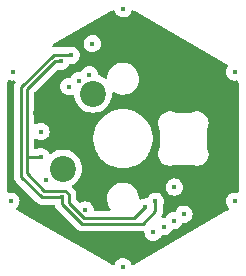
<source format=gbr>
%TF.GenerationSoftware,KiCad,Pcbnew,(6.0.6)*%
%TF.CreationDate,2022-07-10T21:40:21+02:00*%
%TF.ProjectId,GCode_Buttons_Cherry_MX,47436f64-655f-4427-9574-746f6e735f43,rev?*%
%TF.SameCoordinates,Original*%
%TF.FileFunction,Copper,L2,Inr*%
%TF.FilePolarity,Positive*%
%FSLAX46Y46*%
G04 Gerber Fmt 4.6, Leading zero omitted, Abs format (unit mm)*
G04 Created by KiCad (PCBNEW (6.0.6)) date 2022-07-10 21:40:21*
%MOMM*%
%LPD*%
G01*
G04 APERTURE LIST*
%TA.AperFunction,ComponentPad*%
%ADD10C,2.200000*%
%TD*%
%TA.AperFunction,ViaPad*%
%ADD11C,0.450000*%
%TD*%
%TA.AperFunction,Conductor*%
%ADD12C,0.250000*%
%TD*%
G04 APERTURE END LIST*
D10*
%TO.N,Net-(JP1-Pad1)*%
%TO.C,SW1*%
X94920000Y-102540000D03*
%TO.N,GND*%
X97460000Y-96190000D03*
%TD*%
D11*
%TO.N,+5V*%
X103650000Y-104800000D03*
X92550000Y-97800000D03*
X96500000Y-92450000D03*
X109350000Y-100600000D03*
%TO.N,GND*%
X90650000Y-94350000D03*
X109450000Y-94350000D03*
X100000000Y-110850000D03*
X109450000Y-105300000D03*
X97400000Y-91950000D03*
X100000000Y-89000000D03*
X90500000Y-105300000D03*
%TO.N,Net-(J1-Pad4)*%
X95600000Y-92950000D03*
X102750000Y-105300000D03*
X94850000Y-104950000D03*
%TO.N,Net-(J1-Pad1)*%
X102550000Y-107950000D03*
X93050000Y-99400000D03*
X95400000Y-95600000D03*
%TO.N,Net-(J1-Pad2)*%
X93050000Y-101550000D03*
X94750000Y-93450000D03*
X101900000Y-105800000D03*
%TO.N,Net-(J1-Pad3)*%
X93450000Y-103500000D03*
X103450000Y-107450000D03*
X96250000Y-95100000D03*
%TO.N,Net-(J1-Pad5)*%
X104300000Y-106950000D03*
X96800000Y-106050000D03*
X97150000Y-94600000D03*
%TO.N,Dout*%
X105150000Y-106400000D03*
X104350000Y-104100000D03*
%TD*%
D12*
%TO.N,Net-(J1-Pad4)*%
X94150000Y-92900000D02*
X95550000Y-92900000D01*
X91400000Y-103222182D02*
X91400000Y-95650000D01*
X95550000Y-92900000D02*
X95600000Y-92950000D01*
X101700000Y-107200000D02*
X102750000Y-106150000D01*
X94850000Y-104950000D02*
X94850000Y-105536396D01*
X102750000Y-106150000D02*
X102750000Y-105300000D01*
X93127818Y-104950000D02*
X91400000Y-103222182D01*
X91400000Y-95650000D02*
X94150000Y-92900000D01*
X96513604Y-107200000D02*
X101700000Y-107200000D01*
X94850000Y-104950000D02*
X93127818Y-104950000D01*
X94850000Y-105536396D02*
X96513604Y-107200000D01*
%TO.N,Net-(J1-Pad2)*%
X101900000Y-105800000D02*
X100950000Y-106750000D01*
X95077818Y-104400000D02*
X93350000Y-104400000D01*
X95400000Y-105450000D02*
X95400000Y-104722182D01*
X96700000Y-106750000D02*
X95400000Y-105450000D01*
X93350000Y-104400000D02*
X91850000Y-102900000D01*
X91850000Y-101550000D02*
X91850000Y-95836396D01*
X91850000Y-95836396D02*
X94236396Y-93450000D01*
X100950000Y-106750000D02*
X96700000Y-106750000D01*
X91850000Y-102900000D02*
X91850000Y-101550000D01*
X95400000Y-104722182D02*
X95077818Y-104400000D01*
X94236396Y-93450000D02*
X94750000Y-93450000D01*
X91850000Y-101550000D02*
X93050000Y-101550000D01*
%TD*%
%TA.AperFunction,Conductor*%
%TO.N,+5V*%
G36*
X99255245Y-89147220D02*
G01*
X99295159Y-89205083D01*
X99329932Y-89309615D01*
X99415179Y-89450373D01*
X99529491Y-89568747D01*
X99667189Y-89658854D01*
X99821428Y-89716215D01*
X99828409Y-89717146D01*
X99828411Y-89717147D01*
X99977561Y-89737048D01*
X99977565Y-89737048D01*
X99984542Y-89737979D01*
X99991553Y-89737341D01*
X99991557Y-89737341D01*
X100141403Y-89723704D01*
X100141404Y-89723704D01*
X100148424Y-89723065D01*
X100177062Y-89713760D01*
X100298230Y-89674390D01*
X100298233Y-89674389D01*
X100304929Y-89672213D01*
X100446279Y-89587951D01*
X100565449Y-89474468D01*
X100581458Y-89450373D01*
X100652614Y-89343275D01*
X100652615Y-89343273D01*
X100656515Y-89337403D01*
X100705413Y-89208678D01*
X100708342Y-89200967D01*
X100751230Y-89144388D01*
X100817899Y-89119979D01*
X100881859Y-89132705D01*
X100958214Y-89170360D01*
X100977743Y-89182824D01*
X100980726Y-89184595D01*
X100987718Y-89190227D01*
X101017122Y-89202437D01*
X101031789Y-89209678D01*
X108753005Y-93667526D01*
X108769036Y-93678513D01*
X108787719Y-93693561D01*
X108796007Y-93697002D01*
X108796011Y-93697005D01*
X108802885Y-93699859D01*
X108824566Y-93711459D01*
X108836349Y-93719332D01*
X108881877Y-93773809D01*
X108890726Y-93844252D01*
X108872259Y-93892353D01*
X108788838Y-94021797D01*
X108786427Y-94028420D01*
X108786426Y-94028423D01*
X108734966Y-94169809D01*
X108734965Y-94169814D01*
X108732556Y-94176432D01*
X108711931Y-94339694D01*
X108727989Y-94503468D01*
X108779932Y-94659615D01*
X108783581Y-94665640D01*
X108859220Y-94790533D01*
X108865179Y-94800373D01*
X108979491Y-94918747D01*
X109117189Y-95008854D01*
X109271428Y-95066215D01*
X109278409Y-95067146D01*
X109278411Y-95067147D01*
X109427561Y-95087048D01*
X109427565Y-95087048D01*
X109434542Y-95087979D01*
X109441553Y-95087341D01*
X109441557Y-95087341D01*
X109591403Y-95073704D01*
X109591404Y-95073704D01*
X109598424Y-95073065D01*
X109611344Y-95068867D01*
X109682312Y-95066841D01*
X109743109Y-95103505D01*
X109774433Y-95167218D01*
X109776008Y-95180460D01*
X109788766Y-95375105D01*
X109787731Y-95398357D01*
X109787690Y-95401745D01*
X109786308Y-95410618D01*
X109787472Y-95419520D01*
X109787472Y-95419523D01*
X109790435Y-95442179D01*
X109791499Y-95458516D01*
X109791501Y-104374186D01*
X109790000Y-104393574D01*
X109786310Y-104417269D01*
X109787957Y-104429863D01*
X109788440Y-104433560D01*
X109789233Y-104458134D01*
X109788507Y-104469217D01*
X109788354Y-104471545D01*
X109763939Y-104538212D01*
X109707358Y-104581096D01*
X109636573Y-104586582D01*
X109632053Y-104585305D01*
X109632047Y-104585332D01*
X109625188Y-104583723D01*
X109618555Y-104581361D01*
X109611569Y-104580528D01*
X109611565Y-104580527D01*
X109484086Y-104565327D01*
X109455153Y-104561877D01*
X109448150Y-104562613D01*
X109448149Y-104562613D01*
X109422328Y-104565327D01*
X109291495Y-104579078D01*
X109284827Y-104581348D01*
X109142382Y-104629840D01*
X109142379Y-104629841D01*
X109135715Y-104632110D01*
X109052591Y-104683248D01*
X109005492Y-104712224D01*
X108995555Y-104718337D01*
X108938316Y-104774390D01*
X108894654Y-104817147D01*
X108877982Y-104833473D01*
X108788838Y-104971797D01*
X108786427Y-104978420D01*
X108786426Y-104978423D01*
X108734966Y-105119809D01*
X108734965Y-105119814D01*
X108732556Y-105126432D01*
X108711931Y-105289694D01*
X108727989Y-105453468D01*
X108779932Y-105609615D01*
X108783581Y-105615640D01*
X108859103Y-105740340D01*
X108865179Y-105750373D01*
X108870070Y-105755438D01*
X108870071Y-105755439D01*
X108966737Y-105855540D01*
X108999669Y-105918437D01*
X108993369Y-105989153D01*
X108946108Y-106047828D01*
X108830735Y-106124927D01*
X108809274Y-106136077D01*
X108806933Y-106137391D01*
X108798564Y-106140629D01*
X108791440Y-106146086D01*
X108773307Y-106159976D01*
X108759686Y-106169069D01*
X105692873Y-107939694D01*
X101209077Y-110528415D01*
X101038499Y-110626898D01*
X101020961Y-110635291D01*
X101009702Y-110639647D01*
X100998580Y-110643950D01*
X100991452Y-110649410D01*
X100985542Y-110653937D01*
X100964654Y-110666914D01*
X100877719Y-110709788D01*
X100807777Y-110721979D01*
X100742347Y-110694421D01*
X100702997Y-110638220D01*
X100667998Y-110537717D01*
X100665680Y-110531060D01*
X100578476Y-110391505D01*
X100520499Y-110333122D01*
X100467486Y-110279737D01*
X100467482Y-110279734D01*
X100462522Y-110274739D01*
X100323580Y-110186563D01*
X100274447Y-110169068D01*
X100175189Y-110133723D01*
X100175187Y-110133722D01*
X100168555Y-110131361D01*
X100161569Y-110130528D01*
X100161565Y-110130527D01*
X100047071Y-110116875D01*
X100005153Y-110111877D01*
X99998150Y-110112613D01*
X99998149Y-110112613D01*
X99954935Y-110117155D01*
X99841495Y-110129078D01*
X99834827Y-110131348D01*
X99692382Y-110179840D01*
X99692379Y-110179841D01*
X99685715Y-110182110D01*
X99545555Y-110268337D01*
X99427982Y-110383473D01*
X99338838Y-110521797D01*
X99295943Y-110639651D01*
X99253851Y-110696818D01*
X99187530Y-110722157D01*
X99121815Y-110709558D01*
X99041788Y-110670092D01*
X99022286Y-110657643D01*
X99019282Y-110655859D01*
X99012290Y-110650227D01*
X98982877Y-110638012D01*
X98968214Y-110630773D01*
X92917410Y-107137341D01*
X91246992Y-106172925D01*
X91230958Y-106161936D01*
X91219257Y-106152512D01*
X91219253Y-106152510D01*
X91212262Y-106146879D01*
X91197090Y-106140579D01*
X91175408Y-106128979D01*
X91103686Y-106081060D01*
X91022902Y-106027086D01*
X90977372Y-105972611D01*
X90968522Y-105902168D01*
X90999160Y-105838123D01*
X91006009Y-105831072D01*
X91060343Y-105779332D01*
X91060350Y-105779324D01*
X91065449Y-105774468D01*
X91081458Y-105750373D01*
X91152614Y-105643275D01*
X91152615Y-105643273D01*
X91156515Y-105637403D01*
X91214951Y-105483568D01*
X91225993Y-105404999D01*
X91237302Y-105324534D01*
X91237303Y-105324527D01*
X91237853Y-105320610D01*
X91238141Y-105300000D01*
X91219798Y-105136466D01*
X91213998Y-105119809D01*
X91167998Y-104987717D01*
X91165680Y-104981060D01*
X91078476Y-104841505D01*
X90976129Y-104738441D01*
X90967486Y-104729737D01*
X90967482Y-104729734D01*
X90962522Y-104724739D01*
X90823580Y-104636563D01*
X90702137Y-104593319D01*
X90675189Y-104583723D01*
X90675187Y-104583722D01*
X90668555Y-104581361D01*
X90661569Y-104580528D01*
X90661565Y-104580527D01*
X90534086Y-104565327D01*
X90505153Y-104561877D01*
X90498150Y-104562613D01*
X90498149Y-104562613D01*
X90350809Y-104578099D01*
X90280971Y-104565327D01*
X90229124Y-104516825D01*
X90211730Y-104447992D01*
X90212262Y-104442482D01*
X90212308Y-104438736D01*
X90213690Y-104429863D01*
X90209562Y-104398280D01*
X90208499Y-104381951D01*
X90208499Y-95466263D01*
X90209999Y-95446878D01*
X90212309Y-95432045D01*
X90212309Y-95432041D01*
X90213690Y-95423172D01*
X90211560Y-95406884D01*
X90210766Y-95382306D01*
X90224997Y-95165197D01*
X90227147Y-95148860D01*
X90229029Y-95139396D01*
X90230422Y-95132397D01*
X90263327Y-95069488D01*
X90325021Y-95034354D01*
X90397921Y-95038878D01*
X90471428Y-95066215D01*
X90478409Y-95067146D01*
X90478411Y-95067147D01*
X90627561Y-95087048D01*
X90627565Y-95087048D01*
X90634542Y-95087979D01*
X90641554Y-95087341D01*
X90641558Y-95087341D01*
X90770977Y-95075563D01*
X90840630Y-95089309D01*
X90891794Y-95138530D01*
X90908225Y-95207599D01*
X90885129Y-95272853D01*
X90883414Y-95274679D01*
X90879595Y-95281625D01*
X90879593Y-95281628D01*
X90873652Y-95292434D01*
X90862801Y-95308953D01*
X90850386Y-95324959D01*
X90847241Y-95332228D01*
X90847238Y-95332232D01*
X90832826Y-95365537D01*
X90827609Y-95376187D01*
X90806305Y-95414940D01*
X90804334Y-95422615D01*
X90804334Y-95422616D01*
X90801267Y-95434562D01*
X90794863Y-95453266D01*
X90792117Y-95459613D01*
X90786819Y-95471855D01*
X90785580Y-95479678D01*
X90785577Y-95479688D01*
X90779901Y-95515524D01*
X90777495Y-95527144D01*
X90766500Y-95569970D01*
X90766500Y-95590224D01*
X90764949Y-95609934D01*
X90761780Y-95629943D01*
X90762526Y-95637835D01*
X90765941Y-95673961D01*
X90766500Y-95685819D01*
X90766500Y-103143415D01*
X90765973Y-103154598D01*
X90764298Y-103162091D01*
X90764547Y-103170017D01*
X90764547Y-103170018D01*
X90766438Y-103230168D01*
X90766500Y-103234127D01*
X90766500Y-103262038D01*
X90766997Y-103265972D01*
X90766997Y-103265973D01*
X90767005Y-103266038D01*
X90767938Y-103277875D01*
X90769327Y-103322071D01*
X90774978Y-103341521D01*
X90778987Y-103360882D01*
X90781526Y-103380979D01*
X90784445Y-103388350D01*
X90784445Y-103388352D01*
X90797804Y-103422094D01*
X90801649Y-103433324D01*
X90813982Y-103475775D01*
X90818015Y-103482594D01*
X90818017Y-103482599D01*
X90824293Y-103493210D01*
X90832988Y-103510958D01*
X90840448Y-103529799D01*
X90845110Y-103536215D01*
X90845110Y-103536216D01*
X90866436Y-103565569D01*
X90872952Y-103575489D01*
X90895458Y-103613544D01*
X90909779Y-103627865D01*
X90922619Y-103642898D01*
X90934528Y-103659289D01*
X90940634Y-103664340D01*
X90968605Y-103687480D01*
X90977384Y-103695470D01*
X92624161Y-105342247D01*
X92631705Y-105350537D01*
X92635818Y-105357018D01*
X92641595Y-105362443D01*
X92685485Y-105403658D01*
X92688327Y-105406413D01*
X92708049Y-105426135D01*
X92711173Y-105428558D01*
X92711177Y-105428562D01*
X92711242Y-105428612D01*
X92720263Y-105436317D01*
X92752497Y-105466586D01*
X92759445Y-105470405D01*
X92759447Y-105470407D01*
X92770250Y-105476346D01*
X92786777Y-105487202D01*
X92796516Y-105494757D01*
X92796518Y-105494758D01*
X92802778Y-105499614D01*
X92843358Y-105517174D01*
X92854006Y-105522391D01*
X92892758Y-105543695D01*
X92900434Y-105545666D01*
X92900437Y-105545667D01*
X92912380Y-105548733D01*
X92931085Y-105555137D01*
X92949673Y-105563181D01*
X92957496Y-105564420D01*
X92957506Y-105564423D01*
X92993342Y-105570099D01*
X93004962Y-105572505D01*
X93040107Y-105581528D01*
X93047788Y-105583500D01*
X93068042Y-105583500D01*
X93087752Y-105585051D01*
X93107761Y-105588220D01*
X93115653Y-105587474D01*
X93151779Y-105584059D01*
X93163637Y-105583500D01*
X94106332Y-105583500D01*
X94174453Y-105603502D01*
X94220946Y-105657158D01*
X94227427Y-105679944D01*
X94228562Y-105679653D01*
X94230532Y-105687326D01*
X94231526Y-105695193D01*
X94234445Y-105702564D01*
X94234445Y-105702566D01*
X94247804Y-105736308D01*
X94251649Y-105747538D01*
X94257767Y-105768597D01*
X94263982Y-105789989D01*
X94268015Y-105796808D01*
X94268017Y-105796813D01*
X94274293Y-105807424D01*
X94282988Y-105825172D01*
X94290448Y-105844013D01*
X94295110Y-105850429D01*
X94295110Y-105850430D01*
X94316436Y-105879783D01*
X94322952Y-105889703D01*
X94339946Y-105918437D01*
X94345458Y-105927758D01*
X94359779Y-105942079D01*
X94372619Y-105957112D01*
X94384528Y-105973503D01*
X94390634Y-105978554D01*
X94418605Y-106001694D01*
X94427384Y-106009684D01*
X96009947Y-107592247D01*
X96017491Y-107600537D01*
X96021604Y-107607018D01*
X96027381Y-107612443D01*
X96071271Y-107653658D01*
X96074113Y-107656413D01*
X96093834Y-107676134D01*
X96097029Y-107678612D01*
X96106051Y-107686318D01*
X96138283Y-107716586D01*
X96145232Y-107720406D01*
X96156036Y-107726346D01*
X96172560Y-107737199D01*
X96188563Y-107749613D01*
X96229147Y-107767176D01*
X96239777Y-107772383D01*
X96278544Y-107793695D01*
X96286221Y-107795666D01*
X96286226Y-107795668D01*
X96298162Y-107798732D01*
X96316870Y-107805137D01*
X96335459Y-107813181D01*
X96343284Y-107814420D01*
X96343286Y-107814421D01*
X96379123Y-107820097D01*
X96390744Y-107822504D01*
X96422563Y-107830673D01*
X96433574Y-107833500D01*
X96453835Y-107833500D01*
X96473544Y-107835051D01*
X96493547Y-107838219D01*
X96501439Y-107837473D01*
X96506666Y-107836979D01*
X96537558Y-107834059D01*
X96549415Y-107833500D01*
X101621233Y-107833500D01*
X101632416Y-107834027D01*
X101639909Y-107835702D01*
X101647834Y-107835453D01*
X101647835Y-107835453D01*
X101658585Y-107835115D01*
X101683385Y-107834335D01*
X101752100Y-107852187D01*
X101800256Y-107904355D01*
X101812743Y-107947977D01*
X101827989Y-108103468D01*
X101879932Y-108259615D01*
X101965179Y-108400373D01*
X102079491Y-108518747D01*
X102217189Y-108608854D01*
X102371428Y-108666215D01*
X102378409Y-108667146D01*
X102378411Y-108667147D01*
X102527561Y-108687048D01*
X102527565Y-108687048D01*
X102534542Y-108687979D01*
X102541553Y-108687341D01*
X102541557Y-108687341D01*
X102691403Y-108673704D01*
X102691404Y-108673704D01*
X102698424Y-108673065D01*
X102727062Y-108663760D01*
X102848230Y-108624390D01*
X102848233Y-108624389D01*
X102854929Y-108622213D01*
X102996279Y-108537951D01*
X103115449Y-108424468D01*
X103131458Y-108400373D01*
X103202614Y-108293275D01*
X103202615Y-108293273D01*
X103206515Y-108287403D01*
X103217998Y-108257174D01*
X103260884Y-108200598D01*
X103327552Y-108176187D01*
X103352444Y-108177025D01*
X103401435Y-108183562D01*
X103427562Y-108187048D01*
X103427565Y-108187048D01*
X103434542Y-108187979D01*
X103441553Y-108187341D01*
X103441557Y-108187341D01*
X103591403Y-108173704D01*
X103591404Y-108173704D01*
X103598424Y-108173065D01*
X103638440Y-108160063D01*
X103748230Y-108124390D01*
X103748233Y-108124389D01*
X103754929Y-108122213D01*
X103896279Y-108037951D01*
X104015449Y-107924468D01*
X104072753Y-107838219D01*
X104102614Y-107793275D01*
X104102615Y-107793273D01*
X104106515Y-107787403D01*
X104115586Y-107763524D01*
X104158472Y-107706947D01*
X104225140Y-107682537D01*
X104250037Y-107683375D01*
X104277561Y-107687048D01*
X104277565Y-107687048D01*
X104284542Y-107687979D01*
X104291553Y-107687341D01*
X104291557Y-107687341D01*
X104441403Y-107673704D01*
X104441404Y-107673704D01*
X104448424Y-107673065D01*
X104508152Y-107653658D01*
X104598230Y-107624390D01*
X104598233Y-107624389D01*
X104604929Y-107622213D01*
X104746279Y-107537951D01*
X104865449Y-107424468D01*
X104956515Y-107287403D01*
X104983662Y-107215937D01*
X105026550Y-107159359D01*
X105093219Y-107134949D01*
X105118113Y-107135787D01*
X105121919Y-107136295D01*
X105127562Y-107137048D01*
X105127565Y-107137048D01*
X105134542Y-107137979D01*
X105141553Y-107137341D01*
X105141557Y-107137341D01*
X105291403Y-107123704D01*
X105291404Y-107123704D01*
X105298424Y-107123065D01*
X105321455Y-107115582D01*
X105448230Y-107074390D01*
X105448233Y-107074389D01*
X105454929Y-107072213D01*
X105596279Y-106987951D01*
X105715449Y-106874468D01*
X105719350Y-106868597D01*
X105802614Y-106743275D01*
X105802615Y-106743273D01*
X105806515Y-106737403D01*
X105864951Y-106583568D01*
X105879711Y-106478546D01*
X105887302Y-106424534D01*
X105887303Y-106424527D01*
X105887853Y-106420610D01*
X105888141Y-106400000D01*
X105869798Y-106236466D01*
X105855127Y-106194335D01*
X105817998Y-106087717D01*
X105815680Y-106081060D01*
X105796272Y-106050000D01*
X105732209Y-105947479D01*
X105728476Y-105941505D01*
X105643109Y-105855540D01*
X105617486Y-105829737D01*
X105617482Y-105829734D01*
X105612522Y-105824739D01*
X105473580Y-105736563D01*
X105399224Y-105710086D01*
X105325189Y-105683723D01*
X105325187Y-105683722D01*
X105318555Y-105681361D01*
X105311569Y-105680528D01*
X105311565Y-105680527D01*
X105183499Y-105665257D01*
X105155153Y-105661877D01*
X105148150Y-105662613D01*
X105148149Y-105662613D01*
X105122994Y-105665257D01*
X104991495Y-105679078D01*
X104984827Y-105681348D01*
X104842382Y-105729840D01*
X104842379Y-105729841D01*
X104835715Y-105732110D01*
X104695555Y-105818337D01*
X104676863Y-105836642D01*
X104609950Y-105902168D01*
X104577982Y-105933473D01*
X104488838Y-106071797D01*
X104486427Y-106078420D01*
X104486426Y-106078423D01*
X104466490Y-106133198D01*
X104424396Y-106190370D01*
X104358075Y-106215708D01*
X104333173Y-106215218D01*
X104305153Y-106211877D01*
X104298150Y-106212613D01*
X104298149Y-106212613D01*
X104273365Y-106215218D01*
X104141495Y-106229078D01*
X104134827Y-106231348D01*
X103992382Y-106279840D01*
X103992379Y-106279841D01*
X103985715Y-106282110D01*
X103845555Y-106368337D01*
X103727982Y-106483473D01*
X103638838Y-106621797D01*
X103636427Y-106628420D01*
X103636426Y-106628423D01*
X103633930Y-106635281D01*
X103591835Y-106692452D01*
X103525513Y-106717788D01*
X103500616Y-106717298D01*
X103455153Y-106711877D01*
X103384368Y-106719317D01*
X103314532Y-106706545D01*
X103262685Y-106658043D01*
X103245290Y-106589211D01*
X103267272Y-106525696D01*
X103266587Y-106525319D01*
X103268789Y-106521314D01*
X103268789Y-106521313D01*
X103276346Y-106507568D01*
X103287199Y-106491045D01*
X103294753Y-106481306D01*
X103299613Y-106475041D01*
X103317176Y-106434457D01*
X103322383Y-106423827D01*
X103343695Y-106385060D01*
X103345666Y-106377383D01*
X103345668Y-106377378D01*
X103348732Y-106365442D01*
X103355138Y-106346730D01*
X103360033Y-106335419D01*
X103363181Y-106328145D01*
X103364421Y-106320317D01*
X103364423Y-106320310D01*
X103370099Y-106284476D01*
X103372505Y-106272856D01*
X103381528Y-106237711D01*
X103381528Y-106237710D01*
X103383500Y-106230030D01*
X103383500Y-106209776D01*
X103385051Y-106190065D01*
X103386980Y-106177886D01*
X103388220Y-106170057D01*
X103384059Y-106126038D01*
X103383500Y-106114181D01*
X103383500Y-105710086D01*
X103401458Y-105650599D01*
X103399396Y-105649539D01*
X103402621Y-105643265D01*
X103406515Y-105637403D01*
X103464951Y-105483568D01*
X103475993Y-105404999D01*
X103487302Y-105324534D01*
X103487303Y-105324527D01*
X103487853Y-105320610D01*
X103488141Y-105300000D01*
X103469798Y-105136466D01*
X103463998Y-105119809D01*
X103417998Y-104987717D01*
X103415680Y-104981060D01*
X103328476Y-104841505D01*
X103226129Y-104738441D01*
X103217486Y-104729737D01*
X103217482Y-104729734D01*
X103212522Y-104724739D01*
X103073580Y-104636563D01*
X102952137Y-104593319D01*
X102925189Y-104583723D01*
X102925187Y-104583722D01*
X102918555Y-104581361D01*
X102911569Y-104580528D01*
X102911565Y-104580527D01*
X102784086Y-104565327D01*
X102755153Y-104561877D01*
X102748150Y-104562613D01*
X102748149Y-104562613D01*
X102722328Y-104565327D01*
X102591495Y-104579078D01*
X102584827Y-104581348D01*
X102442382Y-104629840D01*
X102442379Y-104629841D01*
X102435715Y-104632110D01*
X102352591Y-104683248D01*
X102305492Y-104712224D01*
X102295555Y-104718337D01*
X102238316Y-104774390D01*
X102194654Y-104817147D01*
X102177982Y-104833473D01*
X102088838Y-104971797D01*
X102086427Y-104978420D01*
X102086426Y-104978423D01*
X102083930Y-104985281D01*
X102041835Y-105042452D01*
X101975513Y-105067788D01*
X101950616Y-105067298D01*
X101905153Y-105061877D01*
X101898150Y-105062613D01*
X101898149Y-105062613D01*
X101854935Y-105067155D01*
X101741495Y-105079078D01*
X101734827Y-105081348D01*
X101592382Y-105129840D01*
X101592379Y-105129841D01*
X101585715Y-105132110D01*
X101567258Y-105143465D01*
X101550343Y-105153871D01*
X101481842Y-105172530D01*
X101414128Y-105151192D01*
X101368699Y-105096632D01*
X101358409Y-105051281D01*
X101353449Y-104919173D01*
X101353249Y-104913842D01*
X101305907Y-104688209D01*
X101299745Y-104672605D01*
X101223185Y-104478744D01*
X101223184Y-104478742D01*
X101221224Y-104473779D01*
X101204252Y-104445809D01*
X101104390Y-104281243D01*
X101101623Y-104276683D01*
X101014755Y-104176576D01*
X100954023Y-104106588D01*
X100954021Y-104106586D01*
X100950523Y-104102555D01*
X100934838Y-104089694D01*
X103611931Y-104089694D01*
X103627989Y-104253468D01*
X103679932Y-104409615D01*
X103686802Y-104420958D01*
X103720257Y-104476198D01*
X103765179Y-104550373D01*
X103770070Y-104555438D01*
X103770071Y-104555439D01*
X103792188Y-104578342D01*
X103879491Y-104668747D01*
X104017189Y-104758854D01*
X104171428Y-104816215D01*
X104178409Y-104817146D01*
X104178411Y-104817147D01*
X104327561Y-104837048D01*
X104327565Y-104837048D01*
X104334542Y-104837979D01*
X104341553Y-104837341D01*
X104341557Y-104837341D01*
X104491403Y-104823704D01*
X104491404Y-104823704D01*
X104498424Y-104823065D01*
X104527062Y-104813760D01*
X104648230Y-104774390D01*
X104648233Y-104774389D01*
X104654929Y-104772213D01*
X104796279Y-104687951D01*
X104915449Y-104574468D01*
X104920377Y-104567051D01*
X105002614Y-104443275D01*
X105002615Y-104443273D01*
X105006515Y-104437403D01*
X105064951Y-104283568D01*
X105073507Y-104222689D01*
X105087302Y-104124534D01*
X105087303Y-104124527D01*
X105087853Y-104120610D01*
X105088141Y-104100000D01*
X105069798Y-103936466D01*
X105063998Y-103919809D01*
X105036380Y-103840503D01*
X105015680Y-103781060D01*
X105004216Y-103762713D01*
X104932209Y-103647479D01*
X104928476Y-103641505D01*
X104853068Y-103565569D01*
X104817486Y-103529737D01*
X104817482Y-103529734D01*
X104812522Y-103524739D01*
X104673580Y-103436563D01*
X104624447Y-103419068D01*
X104525189Y-103383723D01*
X104525187Y-103383722D01*
X104518555Y-103381361D01*
X104511569Y-103380528D01*
X104511565Y-103380527D01*
X104397071Y-103366875D01*
X104355153Y-103361877D01*
X104348150Y-103362613D01*
X104348149Y-103362613D01*
X104304935Y-103367155D01*
X104191495Y-103379078D01*
X104184827Y-103381348D01*
X104042382Y-103429840D01*
X104042379Y-103429841D01*
X104035715Y-103432110D01*
X103964739Y-103475775D01*
X103907532Y-103510969D01*
X103895555Y-103518337D01*
X103877298Y-103536216D01*
X103783709Y-103627865D01*
X103777982Y-103633473D01*
X103688838Y-103771797D01*
X103686427Y-103778420D01*
X103686426Y-103778423D01*
X103634966Y-103919809D01*
X103634965Y-103919814D01*
X103632556Y-103926432D01*
X103611931Y-104089694D01*
X100934838Y-104089694D01*
X100906867Y-104066759D01*
X100776373Y-103959760D01*
X100776367Y-103959756D01*
X100772245Y-103956376D01*
X100767609Y-103953737D01*
X100767606Y-103953735D01*
X100581697Y-103847910D01*
X100571886Y-103842325D01*
X100355175Y-103763663D01*
X100349926Y-103762714D01*
X100349923Y-103762713D01*
X100132392Y-103723377D01*
X100132385Y-103723376D01*
X100128308Y-103722639D01*
X100110586Y-103721803D01*
X100105644Y-103721570D01*
X100105637Y-103721570D01*
X100104156Y-103721500D01*
X99942110Y-103721500D01*
X99875191Y-103727178D01*
X99775591Y-103735629D01*
X99775587Y-103735630D01*
X99770280Y-103736080D01*
X99765125Y-103737418D01*
X99765119Y-103737419D01*
X99552297Y-103792657D01*
X99552293Y-103792658D01*
X99547128Y-103793999D01*
X99542262Y-103796191D01*
X99542259Y-103796192D01*
X99433980Y-103844968D01*
X99336925Y-103888688D01*
X99145681Y-104017441D01*
X99141824Y-104021120D01*
X99141822Y-104021122D01*
X99077272Y-104082700D01*
X98978865Y-104176576D01*
X98841246Y-104361542D01*
X98838830Y-104366293D01*
X98838828Y-104366297D01*
X98797293Y-104447992D01*
X98736760Y-104567051D01*
X98735178Y-104572145D01*
X98735177Y-104572148D01*
X98674175Y-104768607D01*
X98668393Y-104787227D01*
X98667692Y-104792516D01*
X98641821Y-104987717D01*
X98638102Y-105015774D01*
X98638302Y-105021103D01*
X98638302Y-105021105D01*
X98640480Y-105079122D01*
X98646751Y-105246158D01*
X98647846Y-105251377D01*
X98663196Y-105324534D01*
X98694093Y-105471791D01*
X98696051Y-105476750D01*
X98696052Y-105476752D01*
X98769453Y-105662613D01*
X98778776Y-105686221D01*
X98781543Y-105690780D01*
X98781544Y-105690783D01*
X98828763Y-105768597D01*
X98898377Y-105883317D01*
X98901874Y-105887347D01*
X98919726Y-105907920D01*
X98949265Y-105972480D01*
X98939210Y-106042761D01*
X98892755Y-106096450D01*
X98824560Y-106116500D01*
X97658257Y-106116500D01*
X97590136Y-106096498D01*
X97543643Y-106042842D01*
X97533042Y-106004544D01*
X97532933Y-106003565D01*
X97519798Y-105886466D01*
X97517114Y-105878757D01*
X97478752Y-105768597D01*
X97465680Y-105731060D01*
X97437662Y-105686221D01*
X97382209Y-105597479D01*
X97378476Y-105591505D01*
X97304655Y-105517167D01*
X97267486Y-105479737D01*
X97267482Y-105479734D01*
X97262522Y-105474739D01*
X97123580Y-105386563D01*
X97040608Y-105357018D01*
X96975189Y-105333723D01*
X96975187Y-105333722D01*
X96968555Y-105331361D01*
X96961569Y-105330528D01*
X96961565Y-105330527D01*
X96845173Y-105316649D01*
X96805153Y-105311877D01*
X96798150Y-105312613D01*
X96798149Y-105312613D01*
X96759750Y-105316649D01*
X96641495Y-105329078D01*
X96634827Y-105331348D01*
X96492382Y-105379840D01*
X96492379Y-105379841D01*
X96485715Y-105382110D01*
X96446211Y-105406413D01*
X96410922Y-105428123D01*
X96342421Y-105446781D01*
X96274707Y-105425442D01*
X96255804Y-105409900D01*
X96179628Y-105333723D01*
X96070404Y-105224499D01*
X96036379Y-105162187D01*
X96033500Y-105135404D01*
X96033500Y-104800949D01*
X96034027Y-104789766D01*
X96035702Y-104782273D01*
X96035273Y-104768607D01*
X96033562Y-104714196D01*
X96033500Y-104710237D01*
X96033500Y-104682326D01*
X96032995Y-104678326D01*
X96032062Y-104666483D01*
X96030922Y-104630211D01*
X96030673Y-104622292D01*
X96025022Y-104602840D01*
X96021014Y-104583488D01*
X96019467Y-104571245D01*
X96018474Y-104563385D01*
X96015328Y-104555439D01*
X96002200Y-104522279D01*
X95998355Y-104511052D01*
X95988968Y-104478744D01*
X95986018Y-104468589D01*
X95979836Y-104458135D01*
X95975707Y-104451154D01*
X95967012Y-104433406D01*
X95959552Y-104414565D01*
X95939562Y-104387050D01*
X95933564Y-104378795D01*
X95927048Y-104368875D01*
X95908578Y-104337645D01*
X95904542Y-104330820D01*
X95898936Y-104325213D01*
X95890220Y-104316497D01*
X95877379Y-104301463D01*
X95870131Y-104291487D01*
X95870130Y-104291486D01*
X95865472Y-104285075D01*
X95831407Y-104256894D01*
X95822627Y-104248904D01*
X95702794Y-104129071D01*
X95668768Y-104066759D01*
X95673833Y-103995944D01*
X95716380Y-103939108D01*
X95726054Y-103932543D01*
X95730511Y-103929812D01*
X95868376Y-103845328D01*
X96048767Y-103691259D01*
X96057142Y-103684106D01*
X96060898Y-103680898D01*
X96225328Y-103488376D01*
X96357616Y-103272502D01*
X96360294Y-103266038D01*
X96452611Y-103043164D01*
X96452612Y-103043162D01*
X96454505Y-103038591D01*
X96484261Y-102914646D01*
X96512454Y-102797216D01*
X96512455Y-102797210D01*
X96513609Y-102792403D01*
X96533474Y-102540000D01*
X96513609Y-102287597D01*
X96511018Y-102276802D01*
X96470746Y-102109059D01*
X96454505Y-102041409D01*
X96452611Y-102036836D01*
X96359511Y-101812072D01*
X96359509Y-101812068D01*
X96357616Y-101807498D01*
X96225328Y-101591624D01*
X96060898Y-101399102D01*
X95868376Y-101234672D01*
X95652502Y-101102384D01*
X95647932Y-101100491D01*
X95647928Y-101100489D01*
X95423164Y-101007389D01*
X95423162Y-101007388D01*
X95418591Y-101005495D01*
X95333968Y-100985179D01*
X95177216Y-100947546D01*
X95177210Y-100947545D01*
X95172403Y-100946391D01*
X94920000Y-100926526D01*
X94667597Y-100946391D01*
X94662790Y-100947545D01*
X94662784Y-100947546D01*
X94506032Y-100985179D01*
X94421409Y-101005495D01*
X94416838Y-101007388D01*
X94416836Y-101007389D01*
X94192072Y-101100489D01*
X94192068Y-101100491D01*
X94187498Y-101102384D01*
X93971624Y-101234672D01*
X93931541Y-101268906D01*
X93915250Y-101282820D01*
X93850460Y-101311851D01*
X93780260Y-101301246D01*
X93726937Y-101254371D01*
X93719788Y-101241451D01*
X93717996Y-101237711D01*
X93715680Y-101231060D01*
X93628476Y-101091505D01*
X93544945Y-101007389D01*
X93517486Y-100979737D01*
X93517482Y-100979734D01*
X93512522Y-100974739D01*
X93373580Y-100886563D01*
X93253030Y-100843637D01*
X93225189Y-100833723D01*
X93225187Y-100833722D01*
X93218555Y-100831361D01*
X93211569Y-100830528D01*
X93211565Y-100830527D01*
X93097071Y-100816875D01*
X93055153Y-100811877D01*
X93048150Y-100812613D01*
X93048149Y-100812613D01*
X93004935Y-100817155D01*
X92891495Y-100829078D01*
X92884827Y-100831348D01*
X92742382Y-100879840D01*
X92742379Y-100879841D01*
X92735715Y-100882110D01*
X92712359Y-100896479D01*
X92710182Y-100897818D01*
X92644160Y-100916500D01*
X92609500Y-100916500D01*
X92541379Y-100896498D01*
X92494886Y-100842842D01*
X92483500Y-100790500D01*
X92483500Y-100157821D01*
X97491500Y-100157821D01*
X97531060Y-100470975D01*
X97609557Y-100776702D01*
X97611010Y-100780371D01*
X97611010Y-100780372D01*
X97721146Y-101058542D01*
X97725753Y-101070179D01*
X97727659Y-101073647D01*
X97727660Y-101073648D01*
X97861123Y-101316414D01*
X97877816Y-101346779D01*
X98063346Y-101602140D01*
X98242577Y-101793001D01*
X98260486Y-101812072D01*
X98279418Y-101832233D01*
X98522625Y-102033432D01*
X98646539Y-102112070D01*
X98777036Y-102194886D01*
X98789131Y-102202562D01*
X98792710Y-102204246D01*
X98792717Y-102204250D01*
X99071144Y-102335267D01*
X99071148Y-102335269D01*
X99074734Y-102336956D01*
X99374928Y-102434495D01*
X99684980Y-102493641D01*
X99921162Y-102508500D01*
X100078838Y-102508500D01*
X100315020Y-102493641D01*
X100625072Y-102434495D01*
X100925266Y-102336956D01*
X100928852Y-102335269D01*
X100928856Y-102335267D01*
X101207283Y-102204250D01*
X101207290Y-102204246D01*
X101210869Y-102202562D01*
X101222965Y-102194886D01*
X101353461Y-102112070D01*
X101477375Y-102033432D01*
X101720582Y-101832233D01*
X101739515Y-101812072D01*
X101757423Y-101793001D01*
X101936654Y-101602140D01*
X102122184Y-101346779D01*
X102138878Y-101316414D01*
X102272340Y-101073648D01*
X102272341Y-101073647D01*
X102274247Y-101070179D01*
X102278855Y-101058542D01*
X102388990Y-100780372D01*
X102388990Y-100780371D01*
X102390443Y-100776702D01*
X102468940Y-100470975D01*
X102508500Y-100157821D01*
X102508500Y-99842179D01*
X102468940Y-99529025D01*
X102390443Y-99223298D01*
X102331761Y-99075084D01*
X102275702Y-98933495D01*
X102275700Y-98933490D01*
X102274247Y-98929821D01*
X102272340Y-98926352D01*
X102138877Y-98683585D01*
X102950962Y-98683585D01*
X102964536Y-98867146D01*
X103011114Y-99045218D01*
X103067399Y-99165440D01*
X103069923Y-99170832D01*
X103073627Y-99179592D01*
X103081961Y-99201584D01*
X103081962Y-99201585D01*
X103080965Y-99201963D01*
X103091501Y-99249133D01*
X103091501Y-100745106D01*
X103090003Y-100764477D01*
X103087665Y-100779504D01*
X103077277Y-100813556D01*
X103011151Y-100954796D01*
X102964575Y-101132861D01*
X102951002Y-101316415D01*
X102951621Y-101322113D01*
X102951621Y-101322115D01*
X102954648Y-101349981D01*
X102970880Y-101499394D01*
X103023553Y-101675752D01*
X103107281Y-101839661D01*
X103219297Y-101985705D01*
X103223557Y-101989552D01*
X103223559Y-101989554D01*
X103286312Y-102046221D01*
X103355899Y-102109059D01*
X103434236Y-102157353D01*
X103507689Y-102202636D01*
X103507693Y-102202638D01*
X103512574Y-102205647D01*
X103517917Y-102207722D01*
X103517921Y-102207724D01*
X103604582Y-102241379D01*
X103684146Y-102272278D01*
X103689778Y-102273352D01*
X103689782Y-102273353D01*
X103859304Y-102305675D01*
X103859308Y-102305675D01*
X103864944Y-102306750D01*
X103870682Y-102306787D01*
X103870686Y-102306787D01*
X103956241Y-102307332D01*
X104048996Y-102307924D01*
X104230219Y-102275760D01*
X104360135Y-102227204D01*
X104369170Y-102224212D01*
X104387074Y-102219026D01*
X104387086Y-102219021D01*
X104391751Y-102217670D01*
X104394463Y-102216405D01*
X104421216Y-102209727D01*
X104422496Y-102209560D01*
X104438810Y-102208499D01*
X105753455Y-102208499D01*
X105772850Y-102210001D01*
X105788012Y-102212363D01*
X105795952Y-102213600D01*
X105820669Y-102220072D01*
X105969770Y-102275799D01*
X105975420Y-102276802D01*
X105975421Y-102276802D01*
X106145348Y-102306960D01*
X106145351Y-102306960D01*
X106151001Y-102307963D01*
X106243030Y-102307377D01*
X106329318Y-102306827D01*
X106329322Y-102306827D01*
X106335060Y-102306790D01*
X106340696Y-102305715D01*
X106340700Y-102305715D01*
X106510230Y-102273391D01*
X106510234Y-102273390D01*
X106515866Y-102272316D01*
X106687444Y-102205683D01*
X106765785Y-102157387D01*
X106839241Y-102112103D01*
X106839245Y-102112100D01*
X106844126Y-102109091D01*
X106848756Y-102104910D01*
X106976477Y-101989575D01*
X106976481Y-101989571D01*
X106980733Y-101985731D01*
X106984221Y-101981183D01*
X106984225Y-101981179D01*
X107039753Y-101908782D01*
X107092753Y-101839681D01*
X107176484Y-101675765D01*
X107229159Y-101499401D01*
X107241428Y-101386466D01*
X107248419Y-101322114D01*
X107248419Y-101322112D01*
X107249038Y-101316414D01*
X107242285Y-101225088D01*
X107235887Y-101138568D01*
X107235886Y-101138564D01*
X107235464Y-101132853D01*
X107202646Y-101007389D01*
X107190337Y-100960331D01*
X107190336Y-100960328D01*
X107188885Y-100954781D01*
X107154862Y-100882110D01*
X107130079Y-100829174D01*
X107126367Y-100820396D01*
X107118039Y-100798418D01*
X107119036Y-100798040D01*
X107108500Y-100750870D01*
X107108500Y-99254888D01*
X107109999Y-99235513D01*
X107112336Y-99220496D01*
X107122724Y-99186447D01*
X107186414Y-99050405D01*
X107188849Y-99045204D01*
X107235426Y-98867139D01*
X107248999Y-98683584D01*
X107246732Y-98662711D01*
X107229741Y-98506313D01*
X107229740Y-98506307D01*
X107229121Y-98500605D01*
X107176447Y-98324247D01*
X107092719Y-98160338D01*
X106980703Y-98014294D01*
X106844101Y-97890939D01*
X106839220Y-97887930D01*
X106839216Y-97887927D01*
X106702223Y-97803474D01*
X106687425Y-97794351D01*
X106682082Y-97792276D01*
X106682078Y-97792274D01*
X106521206Y-97729799D01*
X106521207Y-97729799D01*
X106515853Y-97727720D01*
X106335054Y-97693249D01*
X106329315Y-97693212D01*
X106329311Y-97693212D01*
X106243712Y-97692667D01*
X106151002Y-97692076D01*
X106145352Y-97693079D01*
X106145349Y-97693079D01*
X105975434Y-97723235D01*
X105975430Y-97723236D01*
X105969779Y-97724239D01*
X105964406Y-97726247D01*
X105964403Y-97726248D01*
X105839860Y-97772797D01*
X105830811Y-97775794D01*
X105808247Y-97782331D01*
X105805510Y-97783608D01*
X105778739Y-97790287D01*
X105777561Y-97790441D01*
X105761254Y-97791501D01*
X104446545Y-97791501D01*
X104427150Y-97789999D01*
X104404048Y-97786400D01*
X104379333Y-97779928D01*
X104340502Y-97765415D01*
X104230230Y-97724201D01*
X104224579Y-97723198D01*
X104054652Y-97693040D01*
X104054649Y-97693040D01*
X104048999Y-97692037D01*
X103956288Y-97692628D01*
X103870683Y-97693173D01*
X103870679Y-97693173D01*
X103864940Y-97693210D01*
X103684134Y-97727683D01*
X103646629Y-97742249D01*
X103517903Y-97792240D01*
X103517899Y-97792242D01*
X103512556Y-97794317D01*
X103507676Y-97797326D01*
X103507671Y-97797328D01*
X103434215Y-97842613D01*
X103355875Y-97890909D01*
X103219267Y-98014268D01*
X103107247Y-98160319D01*
X103104640Y-98165422D01*
X103104639Y-98165424D01*
X103063716Y-98245537D01*
X103023516Y-98324234D01*
X102970841Y-98500599D01*
X102970221Y-98506307D01*
X102953230Y-98662711D01*
X102950962Y-98683585D01*
X102138877Y-98683585D01*
X102124093Y-98656693D01*
X102124091Y-98656690D01*
X102122184Y-98653221D01*
X101936654Y-98397860D01*
X101720582Y-98167767D01*
X101477375Y-97966568D01*
X101210869Y-97797438D01*
X101207290Y-97795754D01*
X101207283Y-97795750D01*
X100928856Y-97664733D01*
X100928852Y-97664731D01*
X100925266Y-97663044D01*
X100625072Y-97565505D01*
X100315020Y-97506359D01*
X100078838Y-97491500D01*
X99921162Y-97491500D01*
X99684980Y-97506359D01*
X99374928Y-97565505D01*
X99074734Y-97663044D01*
X99071148Y-97664731D01*
X99071144Y-97664733D01*
X98792717Y-97795750D01*
X98792710Y-97795754D01*
X98789131Y-97797438D01*
X98522625Y-97966568D01*
X98279418Y-98167767D01*
X98063346Y-98397860D01*
X97877816Y-98653221D01*
X97875909Y-98656690D01*
X97875907Y-98656693D01*
X97727660Y-98926352D01*
X97725753Y-98929821D01*
X97724300Y-98933490D01*
X97724298Y-98933495D01*
X97668239Y-99075084D01*
X97609557Y-99223298D01*
X97531060Y-99529025D01*
X97491500Y-99842179D01*
X97491500Y-100157821D01*
X92483500Y-100157821D01*
X92483500Y-100138964D01*
X92503502Y-100070843D01*
X92557158Y-100024350D01*
X92627432Y-100014246D01*
X92678493Y-100033532D01*
X92717189Y-100058854D01*
X92871428Y-100116215D01*
X92878409Y-100117146D01*
X92878411Y-100117147D01*
X93027561Y-100137048D01*
X93027565Y-100137048D01*
X93034542Y-100137979D01*
X93041553Y-100137341D01*
X93041557Y-100137341D01*
X93191403Y-100123704D01*
X93191404Y-100123704D01*
X93198424Y-100123065D01*
X93227062Y-100113760D01*
X93348230Y-100074390D01*
X93348233Y-100074389D01*
X93354929Y-100072213D01*
X93496279Y-99987951D01*
X93615449Y-99874468D01*
X93619350Y-99868597D01*
X93702614Y-99743275D01*
X93702615Y-99743273D01*
X93706515Y-99737403D01*
X93764951Y-99583568D01*
X93787853Y-99420610D01*
X93788141Y-99400000D01*
X93769798Y-99236466D01*
X93765213Y-99223298D01*
X93717998Y-99087717D01*
X93715680Y-99081060D01*
X93710248Y-99072366D01*
X93632209Y-98947479D01*
X93628476Y-98941505D01*
X93548950Y-98861422D01*
X93517486Y-98829737D01*
X93517482Y-98829734D01*
X93512522Y-98824739D01*
X93373580Y-98736563D01*
X93324447Y-98719068D01*
X93225189Y-98683723D01*
X93225187Y-98683722D01*
X93218555Y-98681361D01*
X93211569Y-98680528D01*
X93211565Y-98680527D01*
X93097071Y-98666875D01*
X93055153Y-98661877D01*
X93048150Y-98662613D01*
X93048149Y-98662613D01*
X93004935Y-98667155D01*
X92891495Y-98679078D01*
X92884827Y-98681348D01*
X92742382Y-98729840D01*
X92742379Y-98729841D01*
X92735715Y-98732110D01*
X92679973Y-98766403D01*
X92675522Y-98769141D01*
X92607021Y-98787799D01*
X92539307Y-98766460D01*
X92493879Y-98711900D01*
X92483500Y-98661823D01*
X92483500Y-96150990D01*
X92503502Y-96082869D01*
X92520405Y-96061895D01*
X92992606Y-95589694D01*
X94661931Y-95589694D01*
X94677989Y-95753468D01*
X94729932Y-95909615D01*
X94733581Y-95915640D01*
X94811092Y-96043624D01*
X94815179Y-96050373D01*
X94820070Y-96055438D01*
X94820071Y-96055439D01*
X94846560Y-96082869D01*
X94929491Y-96168747D01*
X95067189Y-96258854D01*
X95221428Y-96316215D01*
X95228409Y-96317146D01*
X95228411Y-96317147D01*
X95377561Y-96337048D01*
X95377565Y-96337048D01*
X95384542Y-96337979D01*
X95391553Y-96337341D01*
X95391557Y-96337341D01*
X95541403Y-96323704D01*
X95541404Y-96323704D01*
X95548424Y-96323065D01*
X95685580Y-96278500D01*
X95697297Y-96274693D01*
X95768264Y-96272665D01*
X95829062Y-96309328D01*
X95860388Y-96373040D01*
X95861845Y-96384637D01*
X95866391Y-96442403D01*
X95925495Y-96688591D01*
X96022384Y-96922502D01*
X96154672Y-97138376D01*
X96319102Y-97330898D01*
X96511624Y-97495328D01*
X96727498Y-97627616D01*
X96732068Y-97629509D01*
X96732072Y-97629511D01*
X96956836Y-97722611D01*
X96961409Y-97724505D01*
X97046032Y-97744821D01*
X97202784Y-97782454D01*
X97202790Y-97782455D01*
X97207597Y-97783609D01*
X97460000Y-97803474D01*
X97712403Y-97783609D01*
X97717210Y-97782455D01*
X97717216Y-97782454D01*
X97873968Y-97744821D01*
X97958591Y-97724505D01*
X97963164Y-97722611D01*
X98187928Y-97629511D01*
X98187932Y-97629509D01*
X98192502Y-97627616D01*
X98408376Y-97495328D01*
X98600898Y-97330898D01*
X98765328Y-97138376D01*
X98897616Y-96922502D01*
X98994505Y-96688591D01*
X99053609Y-96442403D01*
X99073474Y-96190000D01*
X99073086Y-96185070D01*
X99073086Y-96185062D01*
X99072830Y-96181810D01*
X99073086Y-96180591D01*
X99073086Y-96180114D01*
X99073186Y-96180114D01*
X99087424Y-96112329D01*
X99137265Y-96061769D01*
X99206529Y-96046181D01*
X99260773Y-96062419D01*
X99428114Y-96157675D01*
X99644825Y-96236337D01*
X99650074Y-96237286D01*
X99650077Y-96237287D01*
X99867608Y-96276623D01*
X99867615Y-96276624D01*
X99871692Y-96277361D01*
X99889414Y-96278197D01*
X99894356Y-96278430D01*
X99894363Y-96278430D01*
X99895844Y-96278500D01*
X100057890Y-96278500D01*
X100126657Y-96272665D01*
X100224409Y-96264371D01*
X100224413Y-96264370D01*
X100229720Y-96263920D01*
X100234875Y-96262582D01*
X100234881Y-96262581D01*
X100447703Y-96207343D01*
X100447707Y-96207342D01*
X100452872Y-96206001D01*
X100457738Y-96203809D01*
X100457741Y-96203808D01*
X100658202Y-96113507D01*
X100663075Y-96111312D01*
X100854319Y-95982559D01*
X101021135Y-95823424D01*
X101158754Y-95638458D01*
X101163084Y-95629943D01*
X101221257Y-95515524D01*
X101263240Y-95432949D01*
X101268226Y-95416894D01*
X101330024Y-95217871D01*
X101331607Y-95212773D01*
X101337913Y-95165197D01*
X101361198Y-94989511D01*
X101361198Y-94989506D01*
X101361898Y-94984226D01*
X101359942Y-94932110D01*
X101356576Y-94842452D01*
X101353249Y-94753842D01*
X101305907Y-94528209D01*
X101303948Y-94523248D01*
X101223185Y-94318744D01*
X101223184Y-94318742D01*
X101221224Y-94313779D01*
X101199770Y-94278423D01*
X101123236Y-94152300D01*
X101101623Y-94116683D01*
X101098126Y-94112653D01*
X100954023Y-93946588D01*
X100954021Y-93946586D01*
X100950523Y-93942555D01*
X100888263Y-93891505D01*
X100776373Y-93799760D01*
X100776367Y-93799756D01*
X100772245Y-93796376D01*
X100767609Y-93793737D01*
X100767606Y-93793735D01*
X100576529Y-93684968D01*
X100571886Y-93682325D01*
X100355175Y-93603663D01*
X100349926Y-93602714D01*
X100349923Y-93602713D01*
X100132392Y-93563377D01*
X100132385Y-93563376D01*
X100128308Y-93562639D01*
X100110586Y-93561803D01*
X100105644Y-93561570D01*
X100105637Y-93561570D01*
X100104156Y-93561500D01*
X99942110Y-93561500D01*
X99875191Y-93567178D01*
X99775591Y-93575629D01*
X99775587Y-93575630D01*
X99770280Y-93576080D01*
X99765125Y-93577418D01*
X99765119Y-93577419D01*
X99552297Y-93632657D01*
X99552293Y-93632658D01*
X99547128Y-93633999D01*
X99542262Y-93636191D01*
X99542259Y-93636192D01*
X99433980Y-93684968D01*
X99336925Y-93728688D01*
X99145681Y-93857441D01*
X99141824Y-93861120D01*
X99141822Y-93861122D01*
X99118130Y-93883723D01*
X98978865Y-94016576D01*
X98975682Y-94020854D01*
X98960280Y-94041555D01*
X98841246Y-94201542D01*
X98838830Y-94206293D01*
X98838828Y-94206297D01*
X98803855Y-94275084D01*
X98736760Y-94407051D01*
X98735178Y-94412145D01*
X98735177Y-94412148D01*
X98697475Y-94533568D01*
X98668393Y-94627227D01*
X98667692Y-94632516D01*
X98641760Y-94828173D01*
X98612981Y-94893075D01*
X98553682Y-94932115D01*
X98482689Y-94932898D01*
X98435022Y-94907429D01*
X98412142Y-94887887D01*
X98412130Y-94887879D01*
X98408376Y-94884672D01*
X98192502Y-94752384D01*
X98187932Y-94750491D01*
X98187928Y-94750489D01*
X97959944Y-94656055D01*
X97904663Y-94611507D01*
X97882947Y-94553691D01*
X97870583Y-94443465D01*
X97869798Y-94436466D01*
X97815680Y-94281060D01*
X97765992Y-94201542D01*
X97732209Y-94147479D01*
X97728476Y-94141505D01*
X97670499Y-94083122D01*
X97617486Y-94029737D01*
X97617482Y-94029734D01*
X97612522Y-94024739D01*
X97473580Y-93936563D01*
X97423126Y-93918597D01*
X97325189Y-93883723D01*
X97325187Y-93883722D01*
X97318555Y-93881361D01*
X97311569Y-93880528D01*
X97311565Y-93880527D01*
X97197071Y-93866875D01*
X97155153Y-93861877D01*
X97148150Y-93862613D01*
X97148149Y-93862613D01*
X97104935Y-93867155D01*
X96991495Y-93879078D01*
X96984827Y-93881348D01*
X96842382Y-93929840D01*
X96842379Y-93929841D01*
X96835715Y-93932110D01*
X96738858Y-93991697D01*
X96704398Y-94012897D01*
X96695555Y-94018337D01*
X96685256Y-94028423D01*
X96593163Y-94118607D01*
X96577982Y-94133473D01*
X96488838Y-94271797D01*
X96486427Y-94278420D01*
X96486426Y-94278423D01*
X96481852Y-94290991D01*
X96439758Y-94348163D01*
X96373437Y-94373501D01*
X96348533Y-94373011D01*
X96262147Y-94362711D01*
X96255153Y-94361877D01*
X96248150Y-94362613D01*
X96248149Y-94362613D01*
X96209750Y-94366649D01*
X96091495Y-94379078D01*
X96084827Y-94381348D01*
X95942382Y-94429840D01*
X95942379Y-94429841D01*
X95935715Y-94432110D01*
X95795555Y-94518337D01*
X95790522Y-94523266D01*
X95718679Y-94593620D01*
X95677982Y-94633473D01*
X95588838Y-94771797D01*
X95586427Y-94778420D01*
X95586426Y-94778423D01*
X95583930Y-94785281D01*
X95541835Y-94842452D01*
X95475513Y-94867788D01*
X95450616Y-94867298D01*
X95405153Y-94861877D01*
X95398150Y-94862613D01*
X95398149Y-94862613D01*
X95354935Y-94867155D01*
X95241495Y-94879078D01*
X95234827Y-94881348D01*
X95092382Y-94929840D01*
X95092379Y-94929841D01*
X95085715Y-94932110D01*
X94945555Y-95018337D01*
X94827982Y-95133473D01*
X94738838Y-95271797D01*
X94736427Y-95278420D01*
X94736426Y-95278423D01*
X94684966Y-95419809D01*
X94684965Y-95419814D01*
X94682556Y-95426432D01*
X94661931Y-95589694D01*
X92992606Y-95589694D01*
X94400998Y-94181302D01*
X94463310Y-94147276D01*
X94534012Y-94152300D01*
X94571428Y-94166215D01*
X94578413Y-94167147D01*
X94727561Y-94187048D01*
X94727565Y-94187048D01*
X94734542Y-94187979D01*
X94741553Y-94187341D01*
X94741557Y-94187341D01*
X94891403Y-94173704D01*
X94891404Y-94173704D01*
X94898424Y-94173065D01*
X95002046Y-94139396D01*
X95048230Y-94124390D01*
X95048233Y-94124389D01*
X95054929Y-94122213D01*
X95196279Y-94037951D01*
X95315449Y-93924468D01*
X95324679Y-93910576D01*
X95402614Y-93793275D01*
X95402615Y-93793273D01*
X95406515Y-93787403D01*
X95415586Y-93763524D01*
X95458472Y-93706947D01*
X95525140Y-93682537D01*
X95550037Y-93683375D01*
X95577561Y-93687048D01*
X95577565Y-93687048D01*
X95584542Y-93687979D01*
X95591553Y-93687341D01*
X95591557Y-93687341D01*
X95741403Y-93673704D01*
X95741404Y-93673704D01*
X95748424Y-93673065D01*
X95831364Y-93646116D01*
X95898230Y-93624390D01*
X95898233Y-93624389D01*
X95904929Y-93622213D01*
X96046279Y-93537951D01*
X96165449Y-93424468D01*
X96256515Y-93287403D01*
X96314951Y-93133568D01*
X96336586Y-92979628D01*
X96337302Y-92974534D01*
X96337303Y-92974527D01*
X96337853Y-92970610D01*
X96338141Y-92950000D01*
X96319798Y-92786466D01*
X96265680Y-92631060D01*
X96257899Y-92618607D01*
X96182209Y-92497479D01*
X96178476Y-92491505D01*
X96081997Y-92394350D01*
X96067486Y-92379737D01*
X96067482Y-92379734D01*
X96062522Y-92374739D01*
X95923580Y-92286563D01*
X95865667Y-92265941D01*
X95775189Y-92233723D01*
X95775187Y-92233722D01*
X95768555Y-92231361D01*
X95761569Y-92230528D01*
X95761565Y-92230527D01*
X95647071Y-92216875D01*
X95605153Y-92211877D01*
X95598150Y-92212613D01*
X95598149Y-92212613D01*
X95554935Y-92217155D01*
X95441495Y-92229078D01*
X95351794Y-92259615D01*
X95351315Y-92259778D01*
X95310709Y-92266500D01*
X94228767Y-92266500D01*
X94217584Y-92265973D01*
X94210091Y-92264298D01*
X94202165Y-92264547D01*
X94202164Y-92264547D01*
X94148171Y-92266244D01*
X94079456Y-92248391D01*
X94031300Y-92196223D01*
X94018994Y-92126301D01*
X94046444Y-92060826D01*
X94081212Y-92031188D01*
X94239684Y-91939694D01*
X96661931Y-91939694D01*
X96677989Y-92103468D01*
X96729932Y-92259615D01*
X96733581Y-92265640D01*
X96797369Y-92370965D01*
X96815179Y-92400373D01*
X96929491Y-92518747D01*
X97067189Y-92608854D01*
X97221428Y-92666215D01*
X97228409Y-92667146D01*
X97228411Y-92667147D01*
X97377561Y-92687048D01*
X97377565Y-92687048D01*
X97384542Y-92687979D01*
X97391553Y-92687341D01*
X97391557Y-92687341D01*
X97541403Y-92673704D01*
X97541404Y-92673704D01*
X97548424Y-92673065D01*
X97577062Y-92663760D01*
X97698230Y-92624390D01*
X97698233Y-92624389D01*
X97704929Y-92622213D01*
X97846279Y-92537951D01*
X97965449Y-92424468D01*
X97969350Y-92418597D01*
X98052614Y-92293275D01*
X98052615Y-92293273D01*
X98056515Y-92287403D01*
X98114951Y-92133568D01*
X98137853Y-91970610D01*
X98138141Y-91950000D01*
X98119798Y-91786466D01*
X98113998Y-91769809D01*
X98067998Y-91637717D01*
X98065680Y-91631060D01*
X97978476Y-91491505D01*
X97920499Y-91433122D01*
X97867486Y-91379737D01*
X97867482Y-91379734D01*
X97862522Y-91374739D01*
X97723580Y-91286563D01*
X97674447Y-91269068D01*
X97575189Y-91233723D01*
X97575187Y-91233722D01*
X97568555Y-91231361D01*
X97561569Y-91230528D01*
X97561565Y-91230527D01*
X97447071Y-91216875D01*
X97405153Y-91211877D01*
X97398150Y-91212613D01*
X97398149Y-91212613D01*
X97354935Y-91217155D01*
X97241495Y-91229078D01*
X97234827Y-91231348D01*
X97092382Y-91279840D01*
X97092379Y-91279841D01*
X97085715Y-91282110D01*
X96945555Y-91368337D01*
X96827982Y-91483473D01*
X96738838Y-91621797D01*
X96736427Y-91628420D01*
X96736426Y-91628423D01*
X96684966Y-91769809D01*
X96684965Y-91769814D01*
X96682556Y-91776432D01*
X96661931Y-91939694D01*
X94239684Y-91939694D01*
X98961498Y-89213552D01*
X98979027Y-89205163D01*
X99001411Y-89196503D01*
X99014456Y-89186511D01*
X99035330Y-89173544D01*
X99119874Y-89131851D01*
X99189815Y-89119661D01*
X99255245Y-89147220D01*
G37*
%TD.AperFunction*%
%TD*%
M02*

</source>
